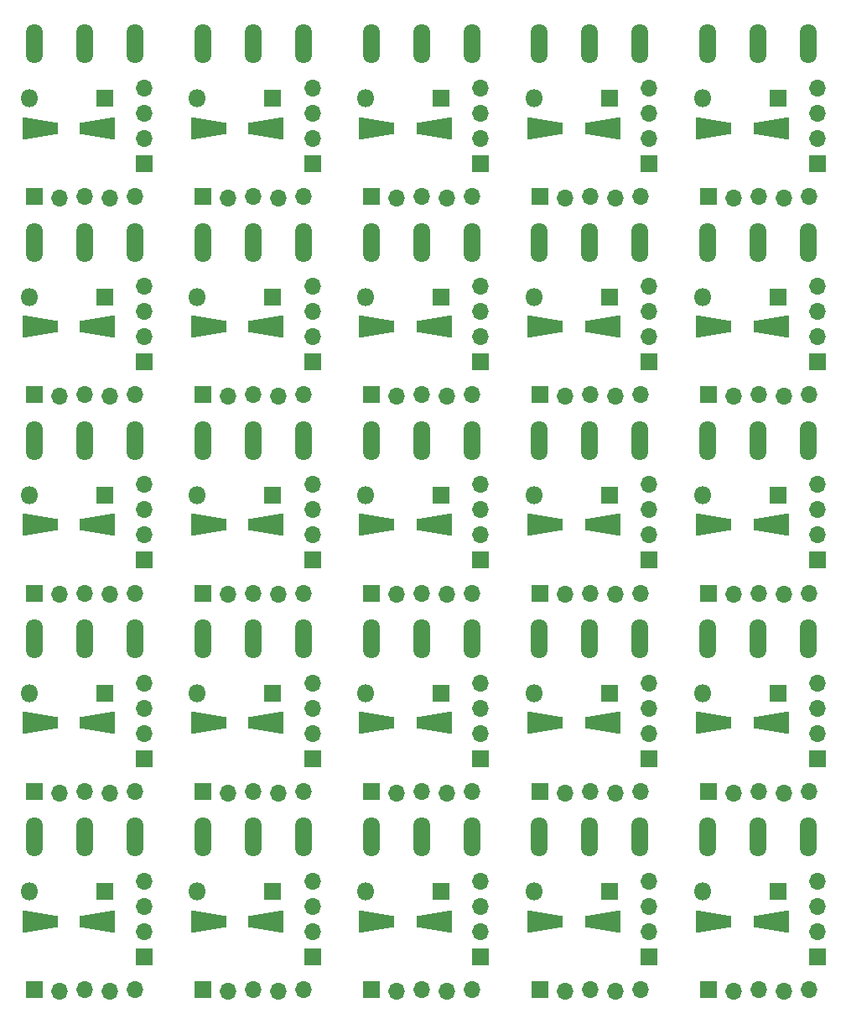
<source format=gbr>
%TF.GenerationSoftware,KiCad,Pcbnew,7.0.2*%
%TF.CreationDate,2024-02-09T22:37:23-05:00*%
%TF.ProjectId,Feeder-Panelized,46656564-6572-42d5-9061-6e656c697a65,rev?*%
%TF.SameCoordinates,Original*%
%TF.FileFunction,Soldermask,Top*%
%TF.FilePolarity,Negative*%
%FSLAX46Y46*%
G04 Gerber Fmt 4.6, Leading zero omitted, Abs format (unit mm)*
G04 Created by KiCad (PCBNEW 7.0.2) date 2024-02-09 22:37:23*
%MOMM*%
%LPD*%
G01*
G04 APERTURE LIST*
G04 Aperture macros list*
%AMOutline4P*
0 Free polygon, 4 corners , with rotation*
0 The origin of the aperture is its center*
0 number of corners: always 4*
0 $1 to $8 corner X, Y*
0 $9 Rotation angle, in degrees counterclockwise*
0 create outline with 4 corners*
4,1,4,$1,$2,$3,$4,$5,$6,$7,$8,$1,$2,$9*%
G04 Aperture macros list end*
%ADD10Outline4P,-1.800000X-1.150000X1.800000X-0.550000X1.800000X0.550000X-1.800000X1.150000X180.000000*%
%ADD11Outline4P,-1.800000X-1.150000X1.800000X-0.550000X1.800000X0.550000X-1.800000X1.150000X0.000000*%
%ADD12O,1.700000X4.000000*%
%ADD13R,1.800000X1.800000*%
%ADD14O,1.800000X1.800000*%
%ADD15R,1.700000X1.700000*%
%ADD16O,1.700000X1.700000*%
G04 APERTURE END LIST*
D10*
%TO.C,D3*%
X166300000Y-91000000D03*
D11*
X160500000Y-91000000D03*
%TD*%
D12*
%TO.C,SW8*%
X176920000Y-102500000D03*
X187080000Y-102500000D03*
X182000000Y-102500000D03*
%TD*%
D13*
%TO.C,D26*%
X184000000Y-128000000D03*
D14*
X176380000Y-128000000D03*
%TD*%
D15*
%TO.C,J23*%
X159950000Y-137900000D03*
D16*
X162490000Y-138050000D03*
X165030000Y-137900000D03*
X167570000Y-138050000D03*
X170110000Y-137900000D03*
%TD*%
D12*
%TO.C,SW21*%
X142920000Y-162500000D03*
X153080000Y-162500000D03*
X148000000Y-162500000D03*
%TD*%
D15*
%TO.C,J37*%
X193950000Y-157900000D03*
D16*
X196490000Y-158050000D03*
X199030000Y-157900000D03*
X201570000Y-158050000D03*
X204110000Y-157900000D03*
%TD*%
D13*
%TO.C,D4*%
X167000000Y-88000000D03*
D14*
X159380000Y-88000000D03*
%TD*%
D12*
%TO.C,SW24*%
X193920000Y-162500000D03*
X204080000Y-162500000D03*
X199000000Y-162500000D03*
%TD*%
D15*
%TO.C,J8*%
X205000000Y-94580000D03*
D16*
X205000000Y-92040000D03*
X205000000Y-89500000D03*
X205000000Y-86960000D03*
%TD*%
D10*
%TO.C,D5*%
X183300000Y-91000000D03*
D11*
X177500000Y-91000000D03*
%TD*%
D10*
%TO.C,D11*%
X149300000Y-111000000D03*
D11*
X143500000Y-111000000D03*
%TD*%
D10*
%TO.C,D27*%
X200300000Y-131000000D03*
D11*
X194500000Y-131000000D03*
%TD*%
D15*
%TO.C,J19*%
X210950000Y-117900000D03*
D16*
X213490000Y-118050000D03*
X216030000Y-117900000D03*
X218570000Y-118050000D03*
X221110000Y-117900000D03*
%TD*%
D15*
%TO.C,J6*%
X188000000Y-94580000D03*
D16*
X188000000Y-92040000D03*
X188000000Y-89500000D03*
X188000000Y-86960000D03*
%TD*%
D12*
%TO.C,SW22*%
X159920000Y-162500000D03*
X170080000Y-162500000D03*
X165000000Y-162500000D03*
%TD*%
D15*
%TO.C,J45*%
X176950000Y-177900000D03*
D16*
X179490000Y-178050000D03*
X182030000Y-177900000D03*
X184570000Y-178050000D03*
X187110000Y-177900000D03*
%TD*%
D15*
%TO.C,J42*%
X154000000Y-174580000D03*
D16*
X154000000Y-172040000D03*
X154000000Y-169500000D03*
X154000000Y-166960000D03*
%TD*%
D10*
%TO.C,D17*%
X200300000Y-111000000D03*
D11*
X194500000Y-111000000D03*
%TD*%
D15*
%TO.C,J11*%
X142950000Y-117900000D03*
D16*
X145490000Y-118050000D03*
X148030000Y-117900000D03*
X150570000Y-118050000D03*
X153110000Y-117900000D03*
%TD*%
D10*
%TO.C,D43*%
X166300000Y-171000000D03*
D11*
X160500000Y-171000000D03*
%TD*%
D15*
%TO.C,J33*%
X159950000Y-157900000D03*
D16*
X162490000Y-158050000D03*
X165030000Y-157900000D03*
X167570000Y-158050000D03*
X170110000Y-157900000D03*
%TD*%
D15*
%TO.C,J22*%
X154000000Y-134580000D03*
D16*
X154000000Y-132040000D03*
X154000000Y-129500000D03*
X154000000Y-126960000D03*
%TD*%
D12*
%TO.C,SW2*%
X159920000Y-82500000D03*
X170080000Y-82500000D03*
X165000000Y-82500000D03*
%TD*%
D10*
%TO.C,D15*%
X183300000Y-111000000D03*
D11*
X177500000Y-111000000D03*
%TD*%
D15*
%TO.C,J39*%
X210950000Y-157900000D03*
D16*
X213490000Y-158050000D03*
X216030000Y-157900000D03*
X218570000Y-158050000D03*
X221110000Y-157900000D03*
%TD*%
D13*
%TO.C,D14*%
X167000000Y-108000000D03*
D14*
X159380000Y-108000000D03*
%TD*%
D12*
%TO.C,SW19*%
X193920000Y-142500000D03*
X204080000Y-142500000D03*
X199000000Y-142500000D03*
%TD*%
D15*
%TO.C,J9*%
X210950000Y-97900000D03*
D16*
X213490000Y-98050000D03*
X216030000Y-97900000D03*
X218570000Y-98050000D03*
X221110000Y-97900000D03*
%TD*%
D15*
%TO.C,J48*%
X205000000Y-174580000D03*
D16*
X205000000Y-172040000D03*
X205000000Y-169500000D03*
X205000000Y-166960000D03*
%TD*%
D13*
%TO.C,D16*%
X184000000Y-108000000D03*
D14*
X176380000Y-108000000D03*
%TD*%
D15*
%TO.C,J16*%
X188000000Y-114580000D03*
D16*
X188000000Y-112040000D03*
X188000000Y-109500000D03*
X188000000Y-106960000D03*
%TD*%
D15*
%TO.C,J35*%
X176950000Y-157900000D03*
D16*
X179490000Y-158050000D03*
X182030000Y-157900000D03*
X184570000Y-158050000D03*
X187110000Y-157900000D03*
%TD*%
D15*
%TO.C,J5*%
X171000000Y-94580000D03*
D16*
X171000000Y-92040000D03*
X171000000Y-89500000D03*
X171000000Y-86960000D03*
%TD*%
D15*
%TO.C,J24*%
X171000000Y-134580000D03*
D16*
X171000000Y-132040000D03*
X171000000Y-129500000D03*
X171000000Y-126960000D03*
%TD*%
D13*
%TO.C,D32*%
X150000000Y-148000000D03*
D14*
X142380000Y-148000000D03*
%TD*%
D13*
%TO.C,D24*%
X167000000Y-128000000D03*
D14*
X159380000Y-128000000D03*
%TD*%
D15*
%TO.C,J10*%
X222000000Y-94580000D03*
D16*
X222000000Y-92040000D03*
X222000000Y-89500000D03*
X222000000Y-86960000D03*
%TD*%
D13*
%TO.C,D46*%
X184000000Y-168000000D03*
D14*
X176380000Y-168000000D03*
%TD*%
D10*
%TO.C,D37*%
X200300000Y-151000000D03*
D11*
X194500000Y-151000000D03*
%TD*%
D15*
%TO.C,J20*%
X222000000Y-114580000D03*
D16*
X222000000Y-112040000D03*
X222000000Y-109500000D03*
X222000000Y-106960000D03*
%TD*%
D13*
%TO.C,D2*%
X150000000Y-88000000D03*
D14*
X142380000Y-88000000D03*
%TD*%
D12*
%TO.C,SW16*%
X142920000Y-142500000D03*
X153080000Y-142500000D03*
X148000000Y-142500000D03*
%TD*%
D15*
%TO.C,J36*%
X188000000Y-154580000D03*
D16*
X188000000Y-152040000D03*
X188000000Y-149500000D03*
X188000000Y-146960000D03*
%TD*%
D13*
%TO.C,D10*%
X218000000Y-88000000D03*
D14*
X210380000Y-88000000D03*
%TD*%
D15*
%TO.C,J30*%
X222000000Y-134580000D03*
D16*
X222000000Y-132040000D03*
X222000000Y-129500000D03*
X222000000Y-126960000D03*
%TD*%
D10*
%TO.C,D29*%
X217300000Y-131000000D03*
D11*
X211500000Y-131000000D03*
%TD*%
D12*
%TO.C,SW14*%
X193920000Y-122500000D03*
X204080000Y-122500000D03*
X199000000Y-122500000D03*
%TD*%
D13*
%TO.C,D48*%
X201000000Y-168000000D03*
D14*
X193380000Y-168000000D03*
%TD*%
D15*
%TO.C,J40*%
X222000000Y-154580000D03*
D16*
X222000000Y-152040000D03*
X222000000Y-149500000D03*
X222000000Y-146960000D03*
%TD*%
D15*
%TO.C,J43*%
X159950000Y-177900000D03*
D16*
X162490000Y-178050000D03*
X165030000Y-177900000D03*
X167570000Y-178050000D03*
X170110000Y-177900000D03*
%TD*%
D10*
%TO.C,D19*%
X217300000Y-111000000D03*
D11*
X211500000Y-111000000D03*
%TD*%
D10*
%TO.C,D45*%
X183300000Y-171000000D03*
D11*
X177500000Y-171000000D03*
%TD*%
D13*
%TO.C,D34*%
X167000000Y-148000000D03*
D14*
X159380000Y-148000000D03*
%TD*%
D15*
%TO.C,J46*%
X188000000Y-174580000D03*
D16*
X188000000Y-172040000D03*
X188000000Y-169500000D03*
X188000000Y-166960000D03*
%TD*%
D15*
%TO.C,J29*%
X210950000Y-137900000D03*
D16*
X213490000Y-138050000D03*
X216030000Y-137900000D03*
X218570000Y-138050000D03*
X221110000Y-137900000D03*
%TD*%
D13*
%TO.C,D40*%
X218000000Y-148000000D03*
D14*
X210380000Y-148000000D03*
%TD*%
D10*
%TO.C,D31*%
X149300000Y-151000000D03*
D11*
X143500000Y-151000000D03*
%TD*%
D13*
%TO.C,D20*%
X218000000Y-108000000D03*
D14*
X210380000Y-108000000D03*
%TD*%
D10*
%TO.C,D7*%
X200300000Y-91000000D03*
D11*
X194500000Y-91000000D03*
%TD*%
D12*
%TO.C,SW10*%
X210920000Y-102500000D03*
X221080000Y-102500000D03*
X216000000Y-102500000D03*
%TD*%
D13*
%TO.C,D28*%
X201000000Y-128000000D03*
D14*
X193380000Y-128000000D03*
%TD*%
D12*
%TO.C,SW6*%
X142920000Y-102500000D03*
X153080000Y-102500000D03*
X148000000Y-102500000D03*
%TD*%
%TO.C,SW25*%
X210920000Y-162500000D03*
X221080000Y-162500000D03*
X216000000Y-162500000D03*
%TD*%
%TO.C,SW1*%
X142920000Y-82500000D03*
X153080000Y-82500000D03*
X148000000Y-82500000D03*
%TD*%
D10*
%TO.C,D47*%
X200300000Y-171000000D03*
D11*
X194500000Y-171000000D03*
%TD*%
D12*
%TO.C,SW3*%
X176920000Y-82500000D03*
X187080000Y-82500000D03*
X182000000Y-82500000D03*
%TD*%
D15*
%TO.C,J4*%
X154000000Y-94580000D03*
D16*
X154000000Y-92040000D03*
X154000000Y-89500000D03*
X154000000Y-86960000D03*
%TD*%
D12*
%TO.C,SW17*%
X159920000Y-142500000D03*
X170080000Y-142500000D03*
X165000000Y-142500000D03*
%TD*%
%TO.C,SW15*%
X210920000Y-122500000D03*
X221080000Y-122500000D03*
X216000000Y-122500000D03*
%TD*%
%TO.C,SW20*%
X210920000Y-142500000D03*
X221080000Y-142500000D03*
X216000000Y-142500000D03*
%TD*%
D10*
%TO.C,D1*%
X149300000Y-91000000D03*
D11*
X143500000Y-91000000D03*
%TD*%
D10*
%TO.C,D21*%
X149300000Y-131000000D03*
D11*
X143500000Y-131000000D03*
%TD*%
D10*
%TO.C,D23*%
X166300000Y-131000000D03*
D11*
X160500000Y-131000000D03*
%TD*%
D12*
%TO.C,SW4*%
X193920000Y-82500000D03*
X204080000Y-82500000D03*
X199000000Y-82500000D03*
%TD*%
D13*
%TO.C,D42*%
X150000000Y-168000000D03*
D14*
X142380000Y-168000000D03*
%TD*%
D10*
%TO.C,D13*%
X166300000Y-111000000D03*
D11*
X160500000Y-111000000D03*
%TD*%
D13*
%TO.C,D36*%
X184000000Y-148000000D03*
D14*
X176380000Y-148000000D03*
%TD*%
D13*
%TO.C,D30*%
X218000000Y-128000000D03*
D14*
X210380000Y-128000000D03*
%TD*%
D15*
%TO.C,J2*%
X159950000Y-97900000D03*
D16*
X162490000Y-98050000D03*
X165030000Y-97900000D03*
X167570000Y-98050000D03*
X170110000Y-97900000D03*
%TD*%
D15*
%TO.C,J49*%
X210950000Y-177900000D03*
D16*
X213490000Y-178050000D03*
X216030000Y-177900000D03*
X218570000Y-178050000D03*
X221110000Y-177900000D03*
%TD*%
D13*
%TO.C,D38*%
X201000000Y-148000000D03*
D14*
X193380000Y-148000000D03*
%TD*%
D12*
%TO.C,SW7*%
X159920000Y-102500000D03*
X170080000Y-102500000D03*
X165000000Y-102500000D03*
%TD*%
D15*
%TO.C,J38*%
X205000000Y-154580000D03*
D16*
X205000000Y-152040000D03*
X205000000Y-149500000D03*
X205000000Y-146960000D03*
%TD*%
D13*
%TO.C,D8*%
X201000000Y-88000000D03*
D14*
X193380000Y-88000000D03*
%TD*%
D15*
%TO.C,J47*%
X193950000Y-177900000D03*
D16*
X196490000Y-178050000D03*
X199030000Y-177900000D03*
X201570000Y-178050000D03*
X204110000Y-177900000D03*
%TD*%
D12*
%TO.C,SW5*%
X210920000Y-82500000D03*
X221080000Y-82500000D03*
X216000000Y-82500000D03*
%TD*%
D10*
%TO.C,D41*%
X149300000Y-171000000D03*
D11*
X143500000Y-171000000D03*
%TD*%
D10*
%TO.C,D49*%
X217300000Y-171000000D03*
D11*
X211500000Y-171000000D03*
%TD*%
D15*
%TO.C,J13*%
X159950000Y-117900000D03*
D16*
X162490000Y-118050000D03*
X165030000Y-117900000D03*
X167570000Y-118050000D03*
X170110000Y-117900000D03*
%TD*%
D15*
%TO.C,J27*%
X193950000Y-137900000D03*
D16*
X196490000Y-138050000D03*
X199030000Y-137900000D03*
X201570000Y-138050000D03*
X204110000Y-137900000D03*
%TD*%
D13*
%TO.C,D6*%
X184000000Y-88000000D03*
D14*
X176380000Y-88000000D03*
%TD*%
D15*
%TO.C,J15*%
X176950000Y-117900000D03*
D16*
X179490000Y-118050000D03*
X182030000Y-117900000D03*
X184570000Y-118050000D03*
X187110000Y-117900000D03*
%TD*%
D10*
%TO.C,D25*%
X183300000Y-131000000D03*
D11*
X177500000Y-131000000D03*
%TD*%
D12*
%TO.C,SW9*%
X193920000Y-102500000D03*
X204080000Y-102500000D03*
X199000000Y-102500000D03*
%TD*%
%TO.C,SW11*%
X142920000Y-122500000D03*
X153080000Y-122500000D03*
X148000000Y-122500000D03*
%TD*%
D15*
%TO.C,J1*%
X142950000Y-97900000D03*
D16*
X145490000Y-98050000D03*
X148030000Y-97900000D03*
X150570000Y-98050000D03*
X153110000Y-97900000D03*
%TD*%
D13*
%TO.C,D44*%
X167000000Y-168000000D03*
D14*
X159380000Y-168000000D03*
%TD*%
D15*
%TO.C,J44*%
X171000000Y-174580000D03*
D16*
X171000000Y-172040000D03*
X171000000Y-169500000D03*
X171000000Y-166960000D03*
%TD*%
D15*
%TO.C,J7*%
X193950000Y-97900000D03*
D16*
X196490000Y-98050000D03*
X199030000Y-97900000D03*
X201570000Y-98050000D03*
X204110000Y-97900000D03*
%TD*%
D15*
%TO.C,J32*%
X154000000Y-154580000D03*
D16*
X154000000Y-152040000D03*
X154000000Y-149500000D03*
X154000000Y-146960000D03*
%TD*%
D15*
%TO.C,J34*%
X171000000Y-154580000D03*
D16*
X171000000Y-152040000D03*
X171000000Y-149500000D03*
X171000000Y-146960000D03*
%TD*%
D13*
%TO.C,D18*%
X201000000Y-108000000D03*
D14*
X193380000Y-108000000D03*
%TD*%
D15*
%TO.C,J18*%
X205000000Y-114580000D03*
D16*
X205000000Y-112040000D03*
X205000000Y-109500000D03*
X205000000Y-106960000D03*
%TD*%
D13*
%TO.C,D50*%
X218000000Y-168000000D03*
D14*
X210380000Y-168000000D03*
%TD*%
D15*
%TO.C,J25*%
X176950000Y-137900000D03*
D16*
X179490000Y-138050000D03*
X182030000Y-137900000D03*
X184570000Y-138050000D03*
X187110000Y-137900000D03*
%TD*%
D12*
%TO.C,SW18*%
X176920000Y-142500000D03*
X187080000Y-142500000D03*
X182000000Y-142500000D03*
%TD*%
D15*
%TO.C,J12*%
X154000000Y-114580000D03*
D16*
X154000000Y-112040000D03*
X154000000Y-109500000D03*
X154000000Y-106960000D03*
%TD*%
D10*
%TO.C,D39*%
X217300000Y-151000000D03*
D11*
X211500000Y-151000000D03*
%TD*%
D13*
%TO.C,D22*%
X150000000Y-128000000D03*
D14*
X142380000Y-128000000D03*
%TD*%
D10*
%TO.C,D9*%
X217300000Y-91000000D03*
D11*
X211500000Y-91000000D03*
%TD*%
D15*
%TO.C,J31*%
X142950000Y-157900000D03*
D16*
X145490000Y-158050000D03*
X148030000Y-157900000D03*
X150570000Y-158050000D03*
X153110000Y-157900000D03*
%TD*%
D15*
%TO.C,J28*%
X205000000Y-134580000D03*
D16*
X205000000Y-132040000D03*
X205000000Y-129500000D03*
X205000000Y-126960000D03*
%TD*%
D15*
%TO.C,J41*%
X142950000Y-177900000D03*
D16*
X145490000Y-178050000D03*
X148030000Y-177900000D03*
X150570000Y-178050000D03*
X153110000Y-177900000D03*
%TD*%
D15*
%TO.C,J3*%
X176950000Y-97900000D03*
D16*
X179490000Y-98050000D03*
X182030000Y-97900000D03*
X184570000Y-98050000D03*
X187110000Y-97900000D03*
%TD*%
D15*
%TO.C,J21*%
X142950000Y-137900000D03*
D16*
X145490000Y-138050000D03*
X148030000Y-137900000D03*
X150570000Y-138050000D03*
X153110000Y-137900000D03*
%TD*%
D10*
%TO.C,D33*%
X166300000Y-151000000D03*
D11*
X160500000Y-151000000D03*
%TD*%
D12*
%TO.C,SW13*%
X176920000Y-122500000D03*
X187080000Y-122500000D03*
X182000000Y-122500000D03*
%TD*%
%TO.C,SW23*%
X176920000Y-162500000D03*
X187080000Y-162500000D03*
X182000000Y-162500000D03*
%TD*%
D13*
%TO.C,D12*%
X150000000Y-108000000D03*
D14*
X142380000Y-108000000D03*
%TD*%
D15*
%TO.C,J17*%
X193950000Y-117900000D03*
D16*
X196490000Y-118050000D03*
X199030000Y-117900000D03*
X201570000Y-118050000D03*
X204110000Y-117900000D03*
%TD*%
D15*
%TO.C,J26*%
X188000000Y-134580000D03*
D16*
X188000000Y-132040000D03*
X188000000Y-129500000D03*
X188000000Y-126960000D03*
%TD*%
D10*
%TO.C,D35*%
X183300000Y-151000000D03*
D11*
X177500000Y-151000000D03*
%TD*%
D12*
%TO.C,SW12*%
X159920000Y-122500000D03*
X170080000Y-122500000D03*
X165000000Y-122500000D03*
%TD*%
D15*
%TO.C,J14*%
X171000000Y-114580000D03*
D16*
X171000000Y-112040000D03*
X171000000Y-109500000D03*
X171000000Y-106960000D03*
%TD*%
D15*
%TO.C,J50*%
X222000000Y-174580000D03*
D16*
X222000000Y-172040000D03*
X222000000Y-169500000D03*
X222000000Y-166960000D03*
%TD*%
M02*

</source>
